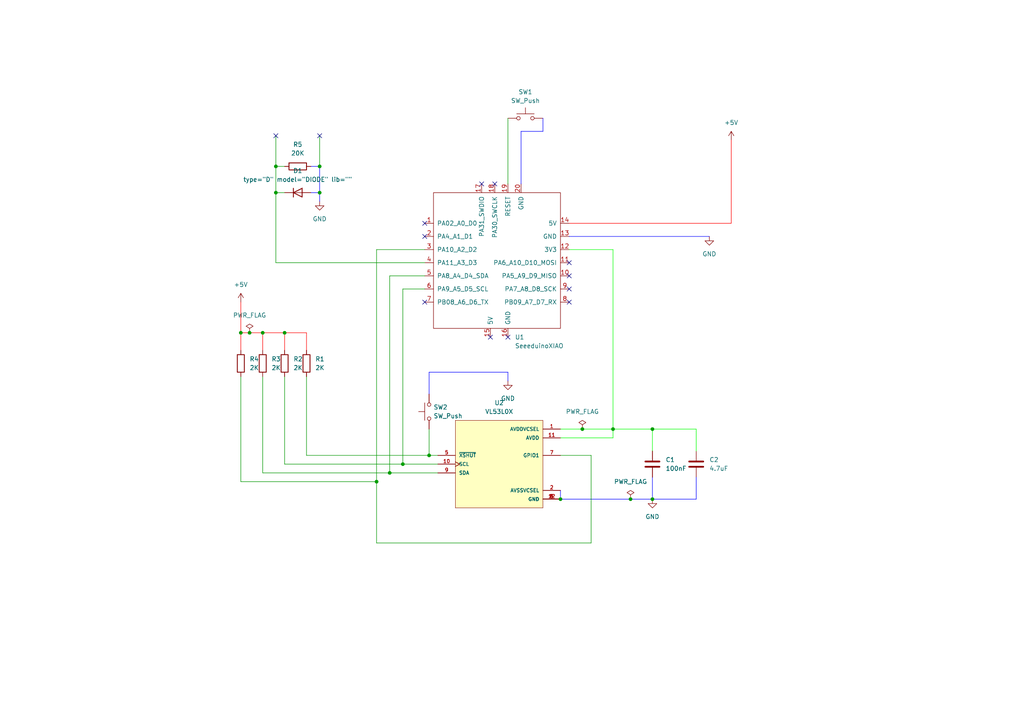
<source format=kicad_sch>
(kicad_sch (version 20211123) (generator eeschema)
  (paper "A4")
  (lib_symbols
    (symbol "Device:C" (pin_numbers hide) (pin_names (offset 0.254))
      (property "Reference" "C" (at 0.635 2.54 0))
      (property "Value" "C" (at 0.635 -2.54 0))
      (symbol "C_0_1"
        (polyline (pts (xy -2.032 -0.762) (xy 2.032 -0.762)) (stroke (width 0.508)))
        (polyline (pts (xy -2.032 0.762) (xy 2.032 0.762)) (stroke (width 0.508)))
      )
      (symbol "C_1_1"
        (pin passive line (at 0 3.81 270) (length 2.794) (name "~") (number "1"))
        (pin passive line (at 0 -3.81 90) (length 2.794) (name "~") (number "2"))
      )
    )
    (symbol "Device:R" (pin_numbers hide) (pin_names (offset 0))
      (property "Reference" "R" (at 2.032 0 90))
      (property "Value" "R" (at 0 0 90))
      (symbol "R_0_1"
        (rectangle (start -1.016 -2.54) (end 1.016 2.54) (stroke (width 0.254)))
      )
      (symbol "R_1_1"
        (pin passive line (at 0 3.81 270) (length 1.27) (name "~") (number "1"))
        (pin passive line (at 0 -3.81 90) (length 1.27) (name "~") (number "2"))
      )
    )
    (symbol "Seeeduino XIAO:SeeeduinoXIAO" (pin_names (offset 1.016))
      (property "Reference" "U" (at -19.05 22.86 0))
      (property "Value" "SeeeduinoXIAO" (at -12.7 21.59 0))
      (symbol "SeeeduinoXIAO_0_1"
        (rectangle (start -19.05 20.32) (end 17.78 -19.05))
      )
      (symbol "SeeeduinoXIAO_1_1"
        (pin unspecified line (at -21.59 11.43 0) (length 2.54) (name "PA02_A0_D0") (number "1"))
        (pin unspecified line (at 20.32 -3.81 180) (length 2.54) (name "PA5_A9_D9_MISO") (number "10"))
        (pin unspecified line (at 20.32 0 180) (length 2.54) (name "PA6_A10_D10_MOSI") (number "11"))
        (pin unspecified line (at 20.32 3.81 180) (length 2.54) (name "3V3") (number "12"))
        (pin unspecified line (at 20.32 7.62 180) (length 2.54) (name "GND") (number "13"))
        (pin unspecified line (at 20.32 11.43 180) (length 2.54) (name "5V") (number "14"))
        (pin input line (at -2.54 -21.59 90) (length 2.54) (name "5V") (number "15"))
        (pin input line (at 2.54 -21.59 90) (length 2.54) (name "GND") (number "16"))
        (pin input line (at -5.08 22.86 270) (length 2.54) (name "PA31_SWDIO") (number "17"))
        (pin input line (at -1.27 22.86 270) (length 2.54) (name "PA30_SWCLK") (number "18"))
        (pin input line (at 2.54 22.86 270) (length 2.54) (name "RESET") (number "19"))
        (pin unspecified line (at -21.59 7.62 0) (length 2.54) (name "PA4_A1_D1") (number "2"))
        (pin input line (at 6.35 22.86 270) (length 2.54) (name "GND") (number "20"))
        (pin unspecified line (at -21.59 3.81 0) (length 2.54) (name "PA10_A2_D2") (number "3"))
        (pin unspecified line (at -21.59 0 0) (length 2.54) (name "PA11_A3_D3") (number "4"))
        (pin unspecified line (at -21.59 -3.81 0) (length 2.54) (name "PA8_A4_D4_SDA") (number "5"))
        (pin unspecified line (at -21.59 -7.62 0) (length 2.54) (name "PA9_A5_D5_SCL") (number "6"))
        (pin unspecified line (at -21.59 -11.43 0) (length 2.54) (name "PB08_A6_D6_TX") (number "7"))
        (pin unspecified line (at 20.32 -11.43 180) (length 2.54) (name "PB09_A7_D7_RX") (number "8"))
        (pin unspecified line (at 20.32 -7.62 180) (length 2.54) (name "PA7_A8_D8_SCK") (number "9"))
      )
    )
    (symbol "Simulation_SPICE:DIODE" (pin_numbers hide) (pin_names (offset 1.016) hide)
      (property "Reference" "D" (at 0 2.54 0))
      (property "Value" "DIODE" (at 0 -2.54 0))
      (symbol "DIODE_0_1"
        (polyline (pts (xy 1.27 0) (xy -1.27 0)))
        (polyline (pts (xy 1.27 1.27) (xy 1.27 -1.27)) (stroke (width 0.254)))
        (polyline (pts (xy -1.27 -1.27) (xy -1.27 1.27) (xy 1.27 0) (xy -1.27 -1.27)) (stroke (width 0.254)))
      )
      (symbol "DIODE_1_1"
        (pin passive line (at -3.81 0 0) (length 2.54) (name "A") (number "1"))
        (pin passive line (at 3.81 0 180) (length 2.54) (name "K") (number "2"))
      )
    )
    (symbol "Switch:SW_Push" (pin_numbers hide) (pin_names (offset 1.016) hide)
      (property "Reference" "SW" (at 1.27 2.54 0))
      (property "Value" "SW_Push" (at 0 -1.524 0))
      (symbol "SW_Push_0_1"
        (circle (center -2.032 0) (radius 0.508))
        (polyline (pts (xy 0 1.27) (xy 0 3.048)))
        (polyline (pts (xy 2.54 1.27) (xy -2.54 1.27)))
        (circle (center 2.032 0) (radius 0.508))
        (pin passive line (at -5.08 0 0) (length 2.54) (name "1") (number "1"))
        (pin passive line (at 5.08 0 180) (length 2.54) (name "2") (number "2"))
      )
    )
    (symbol "VL53L0X:VL53L0X" (pin_names (offset 1.016))
      (property "Reference" "U" (at -12.7244 13.2334 0))
      (property "Value" "VL53L0X" (at -12.7205 -15.2646 0))
      (symbol "VL53L0X_0_0"
        (rectangle (start -12.7 -12.7) (end 12.7 12.7) (stroke (width 0.127)) (fill (type background)))
        (pin power_in line (at 17.78 10.16 180) (length 5.08) (name "AVDDVCSEL") (number "1"))
        (pin input clock (at -17.78 0 0) (length 5.08) (name "SCL") (number "10"))
        (pin power_in line (at 17.78 7.62 180) (length 5.08) (name "AVDD") (number "11"))
        (pin power_in line (at 17.78 -10.16 180) (length 5.08) (name "GND") (number "12"))
        (pin power_in line (at 17.78 -7.62 180) (length 5.08) (name "AVSSVCSEL") (number "2"))
        (pin power_in line (at 17.78 -10.16 180) (length 5.08) (name "GND") (number "3"))
        (pin power_in line (at 17.78 -10.16 180) (length 5.08) (name "GND") (number "4"))
        (pin input line (at -17.78 2.54 0) (length 5.08) (name "~{XSHUT}") (number "5"))
        (pin power_in line (at 17.78 -10.16 180) (length 5.08) (name "GND") (number "6"))
        (pin output line (at 17.78 2.54 180) (length 5.08) (name "GPIO1") (number "7"))
        (pin bidirectional line (at -17.78 -2.54 0) (length 5.08) (name "SDA") (number "9"))
      )
    )
    (symbol "power:+5V" (power) (pin_names (offset 0))
      (property "Value" "+5V" (at 0 3.556 0))
      (symbol "+5V_0_1"
        (polyline (pts (xy -0.762 1.27) (xy 0 2.54)))
        (polyline (pts (xy 0 0) (xy 0 2.54)))
        (polyline (pts (xy 0 2.54) (xy 0.762 1.27)))
      )
      (symbol "+5V_1_1"
        (pin power_in line (at 0 0 90) (length 0) hide (name "+5V") (number "1"))
      )
    )
    (symbol "power:GND" (power) (pin_names (offset 0))
      (property "Value" "GND" (at 0 -3.81 0))
      (symbol "GND_0_1"
        (polyline (pts (xy 0 0) (xy 0 -1.27) (xy 1.27 -1.27) (xy 0 -2.54) (xy -1.27 -1.27) (xy 0 -1.27)))
      )
      (symbol "GND_1_1"
        (pin power_in line (at 0 0 270) (length 0) hide (name "GND") (number "1"))
      )
    )
    (symbol "power:PWR_FLAG" (power) (pin_numbers hide) (pin_names (offset 0) hide)
      (property "Value" "PWR_FLAG" (at 0 3.81 0))
      (symbol "PWR_FLAG_0_0"
        (pin power_out line (at 0 0 90) (length 0) (name "pwr") (number "1"))
      )
      (symbol "PWR_FLAG_0_1"
        (polyline (pts (xy 0 0) (xy 0 1.27) (xy -1.016 1.905) (xy 0 2.54) (xy 1.016 1.905) (xy 0 1.27)))
      )
    )
  )
  (junction (at 80.01 48.26))
  (junction (at 113.03 137.16))
  (junction (at 116.84 134.62))
  (junction (at 72.39 96.52))
  (junction (at 189.23 124.46))
  (junction (at 189.23 144.78))
  (junction (at 76.2 96.52))
  (junction (at 182.88 144.78))
  (junction (at 82.55 96.52))
  (junction (at 124.46 132.08))
  (junction (at 80.01 55.88))
  (junction (at 69.85 96.52))
  (junction (at 92.71 48.26))
  (junction (at 168.91 124.46))
  (junction (at 177.8 124.46))
  (junction (at 162.56 144.78))
  (junction (at 92.71 55.88))
  (junction (at 109.22 139.7))
  (no_connect (at 165.1 76.2))
  (no_connect (at 165.1 80.01))
  (no_connect (at 139.7 53.34))
  (no_connect (at 147.32 97.79))
  (no_connect (at 92.71 39.37))
  (no_connect (at 165.1 83.82))
  (no_connect (at 123.19 87.63))
  (no_connect (at 142.24 97.79))
  (no_connect (at 165.1 87.63))
  (no_connect (at 80.01 39.37))
  (no_connect (at 143.51 53.34))
  (no_connect (at 123.19 68.58))
  (no_connect (at 123.19 64.77))
  (wire (pts (xy 124.46 114.3) (xy 124.46 107.95)) (stroke (width 0) (color 0 0 255 1)))
  (wire (pts (xy 165.1 64.77) (xy 212.09 64.77)) (stroke (width 0) (color 255 0 0 1)))
  (wire (pts (xy 109.22 72.39) (xy 123.19 72.39)))
  (wire (pts (xy 88.9 96.52) (xy 82.55 96.52)) (stroke (width 0) (color 255 0 0 1)))
  (wire (pts (xy 124.46 124.46) (xy 124.46 132.08)))
  (wire (pts (xy 80.01 76.2) (xy 80.01 55.88)))
  (wire (pts (xy 212.09 64.77) (xy 212.09 40.64)) (stroke (width 0) (color 255 0 0 1)))
  (wire (pts (xy 147.32 107.95) (xy 147.32 110.49)) (stroke (width 0) (color 0 0 255 1)))
  (wire (pts (xy 69.85 96.52) (xy 69.85 101.6)) (stroke (width 0) (color 255 0 0 1)))
  (wire (pts (xy 72.39 96.52) (xy 69.85 96.52)) (stroke (width 0) (color 255 0 0 1)))
  (wire (pts (xy 123.19 83.82) (xy 116.84 83.82)))
  (wire (pts (xy 177.8 124.46) (xy 189.23 124.46)) (stroke (width 0) (color 0 255 0 1)))
  (wire (pts (xy 201.93 130.81) (xy 201.93 124.46)) (stroke (width 0) (color 0 255 0 1)))
  (wire (pts (xy 171.45 157.48) (xy 109.22 157.48)))
  (wire (pts (xy 171.45 132.08) (xy 171.45 157.48)))
  (wire (pts (xy 109.22 72.39) (xy 109.22 139.7)))
  (wire (pts (xy 80.01 55.88) (xy 82.55 55.88)))
  (wire (pts (xy 82.55 48.26) (xy 80.01 48.26)))
  (wire (pts (xy 162.56 127) (xy 177.8 127)) (stroke (width 0) (color 0 255 0 1)))
  (wire (pts (xy 82.55 101.6) (xy 82.55 96.52)) (stroke (width 0) (color 255 0 0 1)))
  (wire (pts (xy 76.2 96.52) (xy 72.39 96.52)) (stroke (width 0) (color 255 0 0 1)))
  (wire (pts (xy 88.9 132.08) (xy 124.46 132.08)))
  (wire (pts (xy 157.48 38.1) (xy 157.48 34.29)) (stroke (width 0) (color 0 0 255 1)))
  (wire (pts (xy 80.01 48.26) (xy 80.01 55.88)))
  (wire (pts (xy 123.19 80.01) (xy 113.03 80.01)))
  (wire (pts (xy 177.8 127) (xy 177.8 124.46)) (stroke (width 0) (color 0 255 0 1)))
  (wire (pts (xy 76.2 101.6) (xy 76.2 96.52)) (stroke (width 0) (color 255 0 0 1)))
  (wire (pts (xy 124.46 107.95) (xy 147.32 107.95)) (stroke (width 0) (color 0 0 255 1)))
  (wire (pts (xy 92.71 39.37) (xy 92.71 48.26)))
  (wire (pts (xy 82.55 109.22) (xy 82.55 134.62)))
  (wire (pts (xy 116.84 134.62) (xy 127 134.62)))
  (wire (pts (xy 182.88 144.78) (xy 189.23 144.78)) (stroke (width 0) (color 0 0 255 1)))
  (wire (pts (xy 80.01 39.37) (xy 80.01 48.26)))
  (wire (pts (xy 177.8 124.46) (xy 177.8 72.39)) (stroke (width 0) (color 0 255 0 1)))
  (wire (pts (xy 151.13 38.1) (xy 157.48 38.1)) (stroke (width 0) (color 0 0 255 1)))
  (wire (pts (xy 124.46 132.08) (xy 127 132.08)))
  (wire (pts (xy 116.84 83.82) (xy 116.84 134.62)))
  (wire (pts (xy 109.22 139.7) (xy 109.22 157.48)))
  (wire (pts (xy 151.13 53.34) (xy 151.13 38.1)) (stroke (width 0) (color 0 0 255 1)))
  (wire (pts (xy 69.85 109.22) (xy 69.85 139.7)))
  (wire (pts (xy 165.1 68.58) (xy 205.74 68.58)) (stroke (width 0) (color 0 0 255 1)))
  (wire (pts (xy 69.85 87.63) (xy 69.85 96.52)) (stroke (width 0) (color 255 0 0 1)))
  (wire (pts (xy 88.9 101.6) (xy 88.9 96.52)) (stroke (width 0) (color 255 0 0 1)))
  (wire (pts (xy 162.56 142.24) (xy 162.56 144.78)) (stroke (width 0) (color 0 0 255 1)))
  (wire (pts (xy 201.93 138.43) (xy 201.93 144.78)) (stroke (width 0) (color 0 0 255 1)))
  (wire (pts (xy 201.93 144.78) (xy 189.23 144.78)) (stroke (width 0) (color 0 0 255 1)))
  (wire (pts (xy 113.03 137.16) (xy 127 137.16)))
  (wire (pts (xy 69.85 139.7) (xy 109.22 139.7)))
  (wire (pts (xy 113.03 80.01) (xy 113.03 137.16)))
  (wire (pts (xy 92.71 55.88) (xy 90.17 55.88)) (stroke (width 0) (color 0 0 255 1)))
  (wire (pts (xy 147.32 34.29) (xy 147.32 53.34)))
  (wire (pts (xy 88.9 132.08) (xy 88.9 109.22)))
  (wire (pts (xy 82.55 134.62) (xy 116.84 134.62)))
  (wire (pts (xy 162.56 144.78) (xy 182.88 144.78)) (stroke (width 0) (color 0 0 255 1)))
  (wire (pts (xy 165.1 72.39) (xy 177.8 72.39)) (stroke (width 0) (color 0 255 0 1)))
  (wire (pts (xy 92.71 55.88) (xy 92.71 58.42)) (stroke (width 0) (color 0 0 255 1)))
  (wire (pts (xy 123.19 76.2) (xy 80.01 76.2)))
  (wire (pts (xy 90.17 48.26) (xy 92.71 48.26)) (stroke (width 0) (color 0 0 255 1)))
  (wire (pts (xy 168.91 124.46) (xy 177.8 124.46)) (stroke (width 0) (color 0 255 0 1)))
  (wire (pts (xy 201.93 124.46) (xy 189.23 124.46)) (stroke (width 0) (color 0 255 0 1)))
  (wire (pts (xy 82.55 96.52) (xy 76.2 96.52)) (stroke (width 0) (color 255 0 0 1)))
  (wire (pts (xy 189.23 130.81) (xy 189.23 124.46)) (stroke (width 0) (color 0 255 0 1)))
  (wire (pts (xy 162.56 132.08) (xy 171.45 132.08)))
  (wire (pts (xy 92.71 48.26) (xy 92.71 55.88)) (stroke (width 0) (color 0 0 255 1)))
  (wire (pts (xy 76.2 137.16) (xy 113.03 137.16)))
  (wire (pts (xy 162.56 124.46) (xy 168.91 124.46)) (stroke (width 0) (color 0 255 0 1)))
  (wire (pts (xy 189.23 138.43) (xy 189.23 144.78)) (stroke (width 0) (color 0 0 255 1)))
  (wire (pts (xy 76.2 109.22) (xy 76.2 137.16)))
  (symbol (lib_id "Device:R") (at 88.9 105.41 0) (unit 1)
    (property "Reference" "R1" (at 91.44 104.1399 0) (effects (justify left)))
    (property "Value" "2K" (at 91.44 106.6799 0) (effects (justify left)))
    (property "Footprint" "Resistor_SMD:R_0805_2012Metric" (effects hide))
  )
  (symbol (lib_id "Switch:SW_Push") (at 124.46 119.38 90) (unit 1)
    (property "Reference" "SW2" (at 125.73 118.1099 90) (effects (justify right)))
    (property "Value" "SW_Push" (at 125.73 120.6499 90) (effects (justify right)))
    (property "Footprint" "Button_Switch_SMD:SW_Push_1P1T_NO_6x6mm_H9.5mm" (effects hide))
  )
  (symbol (lib_id "Device:C") (at 201.93 134.62 0) (unit 1)
    (property "Reference" "C2" (at 205.74 133.3499 0) (effects (justify left)))
    (property "Value" "4.7uF" (at 205.74 135.8899 0) (effects (justify left)))
    (property "Footprint" "Capacitor_SMD:C_Elec_4x5.4" (effects hide))
  )
  (symbol (lib_id "Device:C") (at 189.23 134.62 0) (unit 1)
    (property "Reference" "C1" (at 193.04 133.3499 0) (effects (justify left)))
    (property "Value" "100nF" (at 193.04 135.8899 0) (effects (justify left)))
    (property "Footprint" "Capacitor_SMD:C_0402_1005Metric" (effects hide))
  )
  (symbol (lib_id "power:GND") (at 205.74 68.58 0) (unit 1)
    (property "Reference" "#PWR06" (effects hide))
    (property "Value" "GND" (at 205.74 73.66 0))
  )
  (symbol (lib_id "power:GND") (at 92.71 58.42 0) (unit 1)
    (property "Reference" "#PWR02" (effects hide))
    (property "Value" "GND" (at 92.71 63.5 0))
  )
  (symbol (lib_id "power:GND") (at 147.32 110.49 0) (unit 1)
    (property "Reference" "#PWR03" (effects hide))
    (property "Value" "GND" (at 147.32 115.57 0))
  )
  (symbol (lib_id "Device:R") (at 76.2 105.41 0) (unit 1)
    (property "Reference" "R3" (at 78.74 104.1399 0) (effects (justify left)))
    (property "Value" "2K" (at 78.74 106.6799 0) (effects (justify left)))
    (property "Footprint" "Resistor_SMD:R_0805_2012Metric" (effects hide))
  )
  (symbol (lib_id "power:+5V") (at 212.09 40.64 0) (unit 1)
    (property "Reference" "#PWR07" (effects hide))
    (property "Value" "+5V" (at 212.09 35.56 0))
  )
  (symbol (lib_id "Device:R") (at 86.36 48.26 90) (unit 1)
    (property "Reference" "R5" (at 86.36 41.91 90))
    (property "Value" "20K" (at 86.36 44.45 90))
    (property "Footprint" "Resistor_SMD:R_0805_2012Metric" (effects hide))
  )
  (symbol (lib_id "Simulation_SPICE:DIODE") (at 86.36 55.88 180) (unit 1)
    (property "Reference" "D1" (at 86.36 49.53 0))
    (property "Value" "DIODE" (at 86.36 52.07 0))
    (property "Footprint" "Diode_SMD:D_SOD-323" (effects hide))
    (property "Spice_Netlist_Enabled" "Y" (effects hide))
    (property "Spice_Primitive" "D" (effects hide))
  )
  (symbol (lib_id "power:PWR_FLAG") (at 72.39 96.52 0) (unit 1)
    (property "Reference" "#FLG01" (effects hide))
    (property "Value" "PWR_FLAG" (at 72.39 91.44 0))
  )
  (symbol (lib_id "power:+5V") (at 69.85 87.63 0) (unit 1)
    (property "Reference" "#PWR01" (effects hide))
    (property "Value" "+5V" (at 69.85 82.55 0))
  )
  (symbol (lib_id "Seeeduino XIAO:SeeeduinoXIAO") (at 144.78 76.2 0) (unit 1)
    (property "Reference" "U1" (at 149.3394 97.79 0) (effects (justify left)))
    (property "Value" "SeeeduinoXIAO" (at 149.3394 100.33 0) (effects (justify left)))
    (property "Footprint" "Seeeduino_XIAO:Seeeduino XIAO-MOUDLE14P-2.54-21X17.8MM" (effects hide))
  )
  (symbol (lib_id "power:PWR_FLAG") (at 168.91 124.46 0) (unit 1)
    (property "Reference" "#FLG0101" (effects hide))
    (property "Value" "PWR_FLAG" (at 168.91 119.38 0))
  )
  (symbol (lib_id "VL53L0X:VL53L0X") (at 144.78 134.62 0) (unit 1)
    (property "Reference" "U2" (at 144.78 116.84 0))
    (property "Value" "VL53L0X" (at 144.78 119.38 0))
    (property "Footprint" "VL53L0X:SENSOR_VL53L0X" (effects hide))
    (property "MF" "STMicroelectronics" (effects hide))
    (property "Description" "\nSTM32F401RE, VL53L0X, mbed-Enabled Development series Light, 3D Time-of-Flight (ToF) Sensor Evaluation Board\n" (effects hide))
    (property "Package" "None" (effects hide))
    (property "Price" "None" (effects hide))
    (property "Check_prices" "https://www.snapeda.com/parts/VL53L0X/STMicroelectronics/view-part/?ref=eda" (effects hide))
    (property "PART_REV" "1.0" (effects hide))
    (property "STANDARD" "Manufacturer Recommendation" (effects hide))
    (property "SnapEDA_Link" "https://www.snapeda.com/parts/VL53L0X/STMicroelectronics/view-part/?ref=snap" (effects hide))
    (property "MP" "VL53L0X" (effects hide))
    (property "Availability" "In Stock" (effects hide))
    (property "MANUFACTURER" "ST Microelectronics" (effects hide))
  )
  (symbol (lib_id "power:PWR_FLAG") (at 182.88 144.78 0) (unit 1)
    (property "Reference" "#FLG04" (effects hide))
    (property "Value" "PWR_FLAG" (at 182.88 139.7 0))
  )
  (symbol (lib_id "Device:R") (at 69.85 105.41 0) (unit 1)
    (property "Reference" "R4" (at 72.39 104.1399 0) (effects (justify left)))
    (property "Value" "2K" (at 72.39 106.6799 0) (effects (justify left)))
    (property "Footprint" "Resistor_SMD:R_0805_2012Metric" (effects hide))
  )
  (symbol (lib_id "power:GND") (at 189.23 144.78 0) (unit 1)
    (property "Reference" "#PWR05" (effects hide))
    (property "Value" "GND" (at 189.23 149.86 0))
  )
  (symbol (lib_id "Switch:SW_Push") (at 152.4 34.29 0) (unit 1)
    (property "Reference" "SW1" (at 152.4 26.67 0))
    (property "Value" "SW_Push" (at 152.4 29.21 0))
    (property "Footprint" "Button_Switch_SMD:SW_Push_1P1T_NO_6x6mm_H9.5mm" (effects hide))
  )
  (symbol (lib_id "Device:R") (at 82.55 105.41 0) (unit 1)
    (property "Reference" "R2" (at 85.09 104.1399 0) (effects (justify left)))
    (property "Value" "2K" (at 85.09 106.6799 0) (effects (justify left)))
    (property "Footprint" "Resistor_SMD:R_0805_2012Metric" (effects hide))
  )
)
</source>
